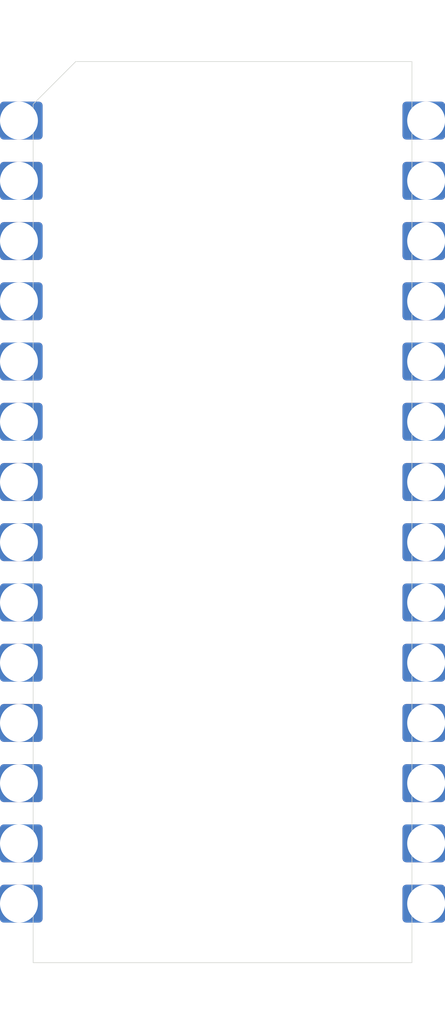
<source format=kicad_pcb>
(kicad_pcb (version 20171130) (host pcbnew 5.1.5-52549c5~84~ubuntu19.04.1)

  (general
    (thickness 1.6)
    (drawings 5)
    (tracks 0)
    (zones 0)
    (modules 2)
    (nets 1)
  )

  (page A4)
  (layers
    (0 Top signal)
    (31 Bottom signal)
    (32 B.Adhes user hide)
    (33 F.Adhes user hide)
    (34 B.Paste user hide)
    (35 F.Paste user hide)
    (36 B.SilkS user)
    (37 F.SilkS user)
    (38 B.Mask user)
    (39 F.Mask user)
    (40 Dwgs.User user)
    (41 Cmts.User user hide)
    (42 Eco1.User user hide)
    (43 Eco2.User user)
    (44 Edge.Cuts user)
    (45 Margin user hide)
    (46 B.CrtYd user hide)
    (47 F.CrtYd user hide)
    (48 B.Fab user hide)
    (49 F.Fab user hide)
  )

  (setup
    (last_trace_width 0.2032)
    (user_trace_width 0.2032)
    (user_trace_width 0.4064)
    (trace_clearance 0.2032)
    (zone_clearance 0.508)
    (zone_45_only no)
    (trace_min 0.1524)
    (via_size 0.508)
    (via_drill 0.254)
    (via_min_size 0.254)
    (via_min_drill 0.254)
    (user_via 0.508 0.254)
    (uvia_size 0.508)
    (uvia_drill 0.254)
    (uvias_allowed no)
    (uvia_min_size 0.508)
    (uvia_min_drill 0.1524)
    (edge_width 0.0254)
    (segment_width 0.2032)
    (pcb_text_width 0.254)
    (pcb_text_size 1.2192 1.2192)
    (mod_edge_width 0.0762)
    (mod_text_size 0.6096 0.6096)
    (mod_text_width 0.0762)
    (pad_size 0.7 0.7)
    (pad_drill 0.7)
    (pad_to_mask_clearance 0)
    (aux_axis_origin 0 0)
    (grid_origin 147.2184 99.187)
    (visible_elements FFFFFF7F)
    (pcbplotparams
      (layerselection 0x01ff0_ffffffff)
      (usegerberextensions false)
      (usegerberattributes false)
      (usegerberadvancedattributes false)
      (creategerberjobfile false)
      (excludeedgelayer true)
      (linewidth 0.050800)
      (plotframeref false)
      (viasonmask false)
      (mode 1)
      (useauxorigin false)
      (hpglpennumber 1)
      (hpglpenspeed 20)
      (hpglpendiameter 15.000000)
      (psnegative false)
      (psa4output false)
      (plotreference true)
      (plotvalue true)
      (plotinvisibletext false)
      (padsonsilk false)
      (subtractmaskfromsilk false)
      (outputformat 1)
      (mirror false)
      (drillshape 0)
      (scaleselection 1)
      (outputdirectory "gerber_export/chamfer/"))
  )

  (net 0 "")

  (net_class Default "This is the default net class."
    (clearance 0.2032)
    (trace_width 0.2032)
    (via_dia 0.508)
    (via_drill 0.254)
    (uvia_dia 0.508)
    (uvia_drill 0.254)
    (diff_pair_width 0.2032)
    (diff_pair_gap 0.254)
  )

  (module 000_LOCAL:pcb2molex8878_chamfer (layer Top) (tedit 5E3BE3C4) (tstamp 5DB19C82)
    (at 147.2184 99.187)
    (descr "Castellated edge contacts to fit Molex 8878 Socket")
    (solder_mask_margin -0.28)
    (fp_text reference carrier1 (at -1.5 0 -90) (layer Dwgs.User) hide
      (effects (font (size 1.2065 1.2065) (thickness 0.127)) (justify left bottom))
    )
    (fp_text value pcb2molex8878_chamfer (at 2.23 -9.45 -90) (layer F.Fab) hide
      (effects (font (size 1.2065 1.2065) (thickness 0.1016)) (justify left bottom))
    )
    (fp_line (start -5.94 -16.94) (end -5.2 -16.94) (layer Dwgs.User) (width 0.01))
    (fp_line (start -5.94 -18.3) (end -5.94 -16.94) (layer Dwgs.User) (width 0.01))
    (fp_line (start -5.94 -18.3) (end -5.74 -18.1) (layer Dwgs.User) (width 0.01))
    (fp_line (start -6.14 -18.1) (end -5.94 -18.3) (layer Dwgs.User) (width 0.01))
    (fp_line (start -5.94 -18.3) (end -6.14 -18.1) (layer Dwgs.User) (width 0.01))
    (fp_line (start -4.45 -17.4) (end -3.62 -17.4) (layer Dwgs.User) (width 0.01))
    (fp_line (start -4.45 -18) (end -4.45 -17.4) (layer Dwgs.User) (width 0.01))
    (fp_line (start -8 19) (end -8 -17.2) (layer Eco2.User) (width 0.01))
    (fp_text user "10.0 x 1.0 retainer wedges on top surface" (at -0.24 -17.41) (layer Dwgs.User)
      (effects (font (size 0.2 0.2) (thickness 0.01)))
    )
    (fp_line (start -4.45 -18) (end -4.25 -17.8) (layer Dwgs.User) (width 0.01))
    (fp_line (start -4.65 -17.8) (end -4.45 -18) (layer Dwgs.User) (width 0.01))
    (fp_line (start -4.45 -18) (end -4.65 -17.8) (layer Dwgs.User) (width 0.01))
    (fp_line (start 5 19) (end -5 19) (layer Dwgs.User) (width 0.01))
    (fp_line (start 5 18) (end 5 19) (layer Dwgs.User) (width 0.01))
    (fp_line (start -5 18) (end 5 18) (layer Dwgs.User) (width 0.01))
    (fp_line (start -5 19) (end -5 18) (layer Dwgs.User) (width 0.01))
    (fp_line (start 5 -19) (end -5 -19) (layer Dwgs.User) (width 0.01))
    (fp_line (start 5 -18) (end 5 -19) (layer Dwgs.User) (width 0.01))
    (fp_line (start -5 -18) (end 5 -18) (layer Dwgs.User) (width 0.01))
    (fp_line (start -5 -19) (end -5 -18) (layer Dwgs.User) (width 0.01))
    (fp_line (start 7.2 18.3) (end -7.2 18.3) (layer Dwgs.User) (width 0.01))
    (fp_line (start 7.2 -18.3) (end 7.2 18.3) (layer Dwgs.User) (width 0.01))
    (fp_line (start -7.2 -18.3) (end 7.2 -18.3) (layer Dwgs.User) (width 0.01))
    (fp_line (start -7.2 18.3) (end -7.2 -18.3) (layer Dwgs.User) (width 0.01))
    (fp_text user "36.6 x 14.4 x 1.6 - backside pocket" (at -2.29 -16.93) (layer Dwgs.User)
      (effects (font (size 0.2 0.2) (thickness 0.01)))
    )
    (fp_line (start -8 -17.2) (end -6.2 -19) (layer Eco2.User) (width 0.01))
    (fp_line (start 8 19) (end -8 19) (layer Eco2.User) (width 0.01))
    (fp_line (start 8 -19) (end 8 19) (layer Eco2.User) (width 0.01))
    (fp_line (start -6.2 -19) (end 8 -19) (layer Eco2.User) (width 0.01))
    (fp_line (start -8 -19) (end -6.2 -19) (layer Dwgs.User) (width 0.01))
    (fp_line (start -8 -19) (end -8 -17.2) (layer Dwgs.User) (width 0.01))
    (fp_text user "Eco2.User is Edge.Cuts for use with \"pcb2molex8878_chamfer\" carrier." (at -0.05 13.65) (layer Eco2.User)
      (effects (font (size 0.2 0.2) (thickness 0.01)))
    )
    (model ${KIPRJMOD}/000_LOCAL.pretty/3d/pcb2molex8878_chamfer.step
      (offset (xyz 0 0 -0.4))
      (scale (xyz 1 1 1))
      (rotate (xyz 0 0 90))
    )
  )

  (module 000_LOCAL:pcb2molex8878 locked (layer Top) (tedit 5DC5CCE6) (tstamp 5DAB3CD0)
    (at 147.2184 99.187)
    (descr "Castellated edge contacts to fit Molex 8878 Socket")
    (solder_mask_margin -0.28)
    (fp_text reference contacts1 (at -0.9906 -0.9906 -90) (layer Dwgs.User) hide
      (effects (font (size 1.2065 1.2065) (thickness 0.127)) (justify left bottom))
    )
    (fp_text value Molex_50-39-5288 (at 2.0701 -8.8773 -90) (layer F.Fab) hide
      (effects (font (size 1.2065 1.2065) (thickness 0.1016)) (justify left bottom))
    )
    (fp_line (start -0.762 -19.05) (end -0.762 -21.59) (layer Eco1.User) (width 0.01))
    (fp_line (start -0.762 -21.59) (end 0.762 -21.59) (layer Eco1.User) (width 0.01))
    (fp_line (start 0.762 -21.59) (end 0.762 -19.05) (layer Eco1.User) (width 0.01))
    (fp_line (start -4.5593 19.05) (end -4.5593 21.59) (layer Eco1.User) (width 0.01))
    (fp_line (start -4.5593 21.59) (end -3.0353 21.59) (layer Eco1.User) (width 0.01))
    (fp_line (start -3.0353 21.59) (end -3.0353 19.05) (layer Eco1.User) (width 0.01))
    (fp_line (start 4.5593 19.05) (end 4.5593 21.59) (layer Eco1.User) (width 0.01))
    (fp_line (start 4.5593 21.59) (end 3.0353 21.59) (layer Eco1.User) (width 0.01))
    (fp_line (start 3.0353 21.59) (end 3.0353 19.05) (layer Eco1.User) (width 0.01))
    (fp_line (start 3.0353 19.05) (end -3.0353 19.05) (layer Eco1.User) (width 0.01))
    (fp_arc (start -5.4229 19.9136) (end -4.5593 19.9136) (angle -90) (layer Eco1.User) (width 0.00508))
    (fp_arc (start -2.1717 19.9136) (end -2.1717 19.05) (angle -90) (layer Eco1.User) (width 0.00508))
    (fp_arc (start 5.4229 19.9136) (end 5.4229 19.05) (angle -90) (layer Eco1.User) (width 0.00508))
    (fp_arc (start 2.1717 19.9136) (end 3.0353 19.9136) (angle -90) (layer Eco1.User) (width 0.00508))
    (fp_arc (start -1.6256 -19.9136) (end -1.6256 -19.05) (angle -90) (layer Eco1.User) (width 0.00508))
    (fp_arc (start 1.6256 -19.9136) (end 0.762 -19.9136) (angle -90) (layer Eco1.User) (width 0.00508))
    (fp_line (start -8.1 19.05) (end -8.1 -19.05) (layer Eco1.User) (width 0.01))
    (fp_line (start 8.1 19.05) (end 8.1 -19.05) (layer Eco1.User) (width 0.01))
    (fp_text user "Eco1.User is Edge.Cuts for use without carrier." (at -0.0298 12.25) (layer Eco1.User)
      (effects (font (size 0.2 0.2) (thickness 0.01)))
    )
    (fp_line (start -8.1 -19.05) (end -0.762 -19.05) (layer Eco1.User) (width 0.01))
    (fp_line (start 0.762 -19.05) (end 8.1 -19.05) (layer Eco1.User) (width 0.01))
    (fp_line (start -8.1 19.05) (end -4.5593 19.05) (layer Eco1.User) (width 0.01))
    (fp_line (start 4.5593 19.05) (end 8.1 19.05) (layer Eco1.User) (width 0.01))
    (pad 28 thru_hole roundrect (at 8.6 -16.51 180) (size 1.8 1.6) (drill 1.6 (offset 0.1 0)) (layers *.Cu *.Mask) (roundrect_rratio 0.1)
      (solder_mask_margin -0.19))
    (pad 14 thru_hole roundrect (at -8.6 16.51) (size 1.8 1.6) (drill 1.6 (offset 0.1 0)) (layers *.Cu *.Mask) (roundrect_rratio 0.1)
      (solder_mask_margin -0.19))
    (pad 27 thru_hole roundrect (at 8.6 -13.97 180) (size 1.8 1.6) (drill 1.6 (offset 0.1 0)) (layers *.Cu *.Mask) (roundrect_rratio 0.1)
      (solder_mask_margin -0.19))
    (pad 13 thru_hole roundrect (at -8.6 13.97) (size 1.8 1.6) (drill 1.6 (offset 0.1 0)) (layers *.Cu *.Mask) (roundrect_rratio 0.1)
      (solder_mask_margin -0.19))
    (pad 26 thru_hole roundrect (at 8.6 -11.43 180) (size 1.8 1.6) (drill 1.6 (offset 0.1 0)) (layers *.Cu *.Mask) (roundrect_rratio 0.1)
      (solder_mask_margin -0.19))
    (pad 12 thru_hole roundrect (at -8.6 11.43) (size 1.8 1.6) (drill 1.6 (offset 0.1 0)) (layers *.Cu *.Mask) (roundrect_rratio 0.1)
      (solder_mask_margin -0.19))
    (pad 25 thru_hole roundrect (at 8.6 -8.89 180) (size 1.8 1.6) (drill 1.6 (offset 0.1 0)) (layers *.Cu *.Mask) (roundrect_rratio 0.1)
      (solder_mask_margin -0.19))
    (pad 11 thru_hole roundrect (at -8.6 8.89) (size 1.8 1.6) (drill 1.6 (offset 0.1 0)) (layers *.Cu *.Mask) (roundrect_rratio 0.1)
      (solder_mask_margin -0.19))
    (pad 24 thru_hole roundrect (at 8.6 -6.35 180) (size 1.8 1.6) (drill 1.6 (offset 0.1 0)) (layers *.Cu *.Mask) (roundrect_rratio 0.1)
      (solder_mask_margin -0.19))
    (pad 10 thru_hole roundrect (at -8.6 6.35) (size 1.8 1.6) (drill 1.6 (offset 0.1 0)) (layers *.Cu *.Mask) (roundrect_rratio 0.1)
      (solder_mask_margin -0.19))
    (pad 23 thru_hole roundrect (at 8.6 -3.81 180) (size 1.8 1.6) (drill 1.6 (offset 0.1 0)) (layers *.Cu *.Mask) (roundrect_rratio 0.1)
      (solder_mask_margin -0.19))
    (pad 9 thru_hole roundrect (at -8.6 3.81) (size 1.8 1.6) (drill 1.6 (offset 0.1 0)) (layers *.Cu *.Mask) (roundrect_rratio 0.1)
      (solder_mask_margin -0.19))
    (pad 22 thru_hole roundrect (at 8.6 -1.27 180) (size 1.8 1.6) (drill 1.6 (offset 0.1 0)) (layers *.Cu *.Mask) (roundrect_rratio 0.1)
      (solder_mask_margin -0.19))
    (pad 8 thru_hole roundrect (at -8.6 1.27) (size 1.8 1.6) (drill 1.6 (offset 0.1 0)) (layers *.Cu *.Mask) (roundrect_rratio 0.1)
      (solder_mask_margin -0.19))
    (pad 21 thru_hole roundrect (at 8.6 1.27 180) (size 1.8 1.6) (drill 1.6 (offset 0.1 0)) (layers *.Cu *.Mask) (roundrect_rratio 0.1)
      (solder_mask_margin -0.19))
    (pad 7 thru_hole roundrect (at -8.6 -1.27) (size 1.8 1.6) (drill 1.6 (offset 0.1 0)) (layers *.Cu *.Mask) (roundrect_rratio 0.1)
      (solder_mask_margin -0.19))
    (pad 20 thru_hole roundrect (at 8.6 3.81 180) (size 1.8 1.6) (drill 1.6 (offset 0.1 0)) (layers *.Cu *.Mask) (roundrect_rratio 0.1)
      (solder_mask_margin -0.19))
    (pad 6 thru_hole roundrect (at -8.6 -3.81) (size 1.8 1.6) (drill 1.6 (offset 0.1 0)) (layers *.Cu *.Mask) (roundrect_rratio 0.1)
      (solder_mask_margin -0.19))
    (pad 19 thru_hole roundrect (at 8.6 6.35 180) (size 1.8 1.6) (drill 1.6 (offset 0.1 0)) (layers *.Cu *.Mask) (roundrect_rratio 0.1)
      (solder_mask_margin -0.19))
    (pad 5 thru_hole roundrect (at -8.6 -6.35) (size 1.8 1.6) (drill 1.6 (offset 0.1 0)) (layers *.Cu *.Mask) (roundrect_rratio 0.1)
      (solder_mask_margin -0.19))
    (pad 18 thru_hole roundrect (at 8.6 8.89 180) (size 1.8 1.6) (drill 1.6 (offset 0.1 0)) (layers *.Cu *.Mask) (roundrect_rratio 0.1)
      (solder_mask_margin -0.19))
    (pad 4 thru_hole roundrect (at -8.6 -8.89) (size 1.8 1.6) (drill 1.6 (offset 0.1 0)) (layers *.Cu *.Mask) (roundrect_rratio 0.1)
      (solder_mask_margin -0.19))
    (pad 17 thru_hole roundrect (at 8.6 11.43 180) (size 1.8 1.6) (drill 1.6 (offset 0.1 0)) (layers *.Cu *.Mask) (roundrect_rratio 0.1)
      (solder_mask_margin -0.19))
    (pad 3 thru_hole roundrect (at -8.6 -11.43) (size 1.8 1.6) (drill 1.6 (offset 0.1 0)) (layers *.Cu *.Mask) (roundrect_rratio 0.1)
      (solder_mask_margin -0.19))
    (pad 16 thru_hole roundrect (at 8.6 13.97 180) (size 1.8 1.6) (drill 1.6 (offset 0.1 0)) (layers *.Cu *.Mask) (roundrect_rratio 0.1)
      (solder_mask_margin -0.19))
    (pad 2 thru_hole roundrect (at -8.6 -13.97) (size 1.8 1.6) (drill 1.6 (offset 0.1 0)) (layers *.Cu *.Mask) (roundrect_rratio 0.1)
      (solder_mask_margin -0.19))
    (pad 15 thru_hole roundrect (at 8.6 16.51 180) (size 1.8 1.6) (drill 1.6 (offset 0.1 0)) (layers *.Cu *.Mask) (roundrect_rratio 0.1)
      (solder_mask_margin -0.19))
    (pad 1 thru_hole roundrect (at -8.6 -16.51) (size 1.8 1.6) (drill 1.6 (offset 0.1 0)) (layers *.Cu *.Mask) (roundrect_rratio 0.1)
      (solder_mask_margin -0.19))
  )

  (gr_line (start 155.2184 80.187) (end 155.2184 118.187) (layer Edge.Cuts) (width 0.0254) (tstamp 5E3B33A4))
  (gr_line (start 139.2184 118.187) (end 139.2184 81.987) (layer Edge.Cuts) (width 0.0254) (tstamp 5E3B33A3))
  (gr_line (start 141.0184 80.187) (end 139.2184 81.987) (layer Edge.Cuts) (width 0.0254))
  (gr_line (start 155.2184 80.187) (end 141.0184 80.187) (layer Edge.Cuts) (width 0.0254))
  (gr_line (start 139.2184 118.187) (end 155.2184 118.187) (layer Edge.Cuts) (width 0.0254))

)

</source>
